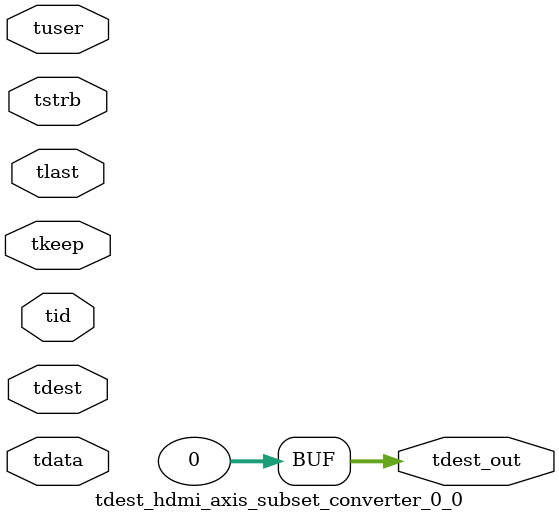
<source format=v>


`timescale 1ps/1ps

module tdest_hdmi_axis_subset_converter_0_0 #
(
parameter C_S_AXIS_TDATA_WIDTH = 32,
parameter C_S_AXIS_TUSER_WIDTH = 0,
parameter C_S_AXIS_TID_WIDTH   = 0,
parameter C_S_AXIS_TDEST_WIDTH = 0,
parameter C_M_AXIS_TDEST_WIDTH = 32
)
(
input  [(C_S_AXIS_TDATA_WIDTH == 0 ? 1 : C_S_AXIS_TDATA_WIDTH)-1:0     ] tdata,
input  [(C_S_AXIS_TUSER_WIDTH == 0 ? 1 : C_S_AXIS_TUSER_WIDTH)-1:0     ] tuser,
input  [(C_S_AXIS_TID_WIDTH   == 0 ? 1 : C_S_AXIS_TID_WIDTH)-1:0       ] tid,
input  [(C_S_AXIS_TDEST_WIDTH == 0 ? 1 : C_S_AXIS_TDEST_WIDTH)-1:0     ] tdest,
input  [(C_S_AXIS_TDATA_WIDTH/8)-1:0 ] tkeep,
input  [(C_S_AXIS_TDATA_WIDTH/8)-1:0 ] tstrb,
input                                                                    tlast,
output [C_M_AXIS_TDEST_WIDTH-1:0] tdest_out
);

assign tdest_out = {1'b0};

endmodule


</source>
